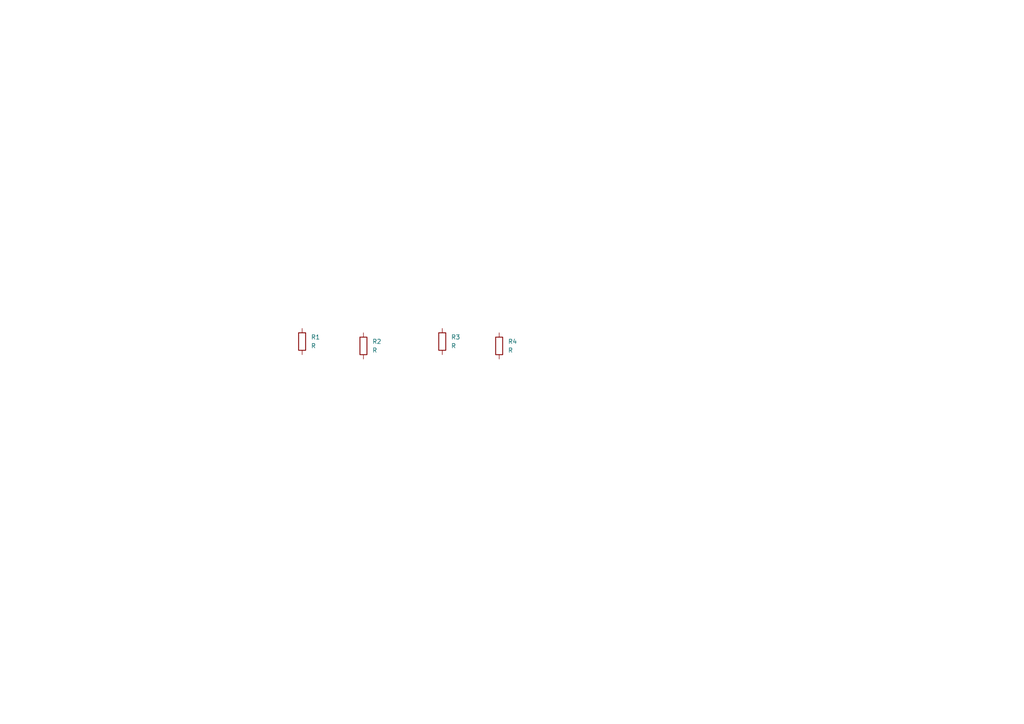
<source format=kicad_sch>
(kicad_sch (version 20211123) (generator eeschema)
  (paper "A4")
  (lib_symbols
    (symbol "Device:R" (pin_numbers hide) (pin_names (offset 0))
      (property "Reference" "R" (at 2.032 0 90))
      (property "Value" "R" (at 0 0 90))
      (symbol "R_0_1"
        (rectangle (start -1.016 -2.54) (end 1.016 2.54) (stroke (width 0.254)))
      )
      (symbol "R_1_1"
        (pin passive line (at 0 3.81 270) (length 1.27) (name "~") (number "1"))
        (pin passive line (at 0 -3.81 90) (length 1.27) (name "~") (number "2"))
      )
    )
  )
  (symbol (lib_id "Device:R") (at 87.63 99.06 0) (unit 1)
    (property "Reference" "R1" (at 90.17 97.7899 0) (effects (justify left)))
    (property "Value" "R" (at 90.17 100.3299 0) (effects (justify left)))
  )
  (symbol (lib_id "Device:R") (at 128.27 99.06 0) (unit 1)
    (property "Reference" "R3" (at 130.81 97.7899 0) (effects (justify left)))
    (property "Value" "R" (at 130.81 100.3299 0) (effects (justify left)))
  )
  (symbol (lib_id "Device:R") (at 105.41 100.33 0) (unit 1)
    (property "Reference" "R2" (at 107.95 99.0599 0) (effects (justify left)))
    (property "Value" "R" (at 107.95 101.5999 0) (effects (justify left)))
  )
  (symbol (lib_id "Device:R") (at 144.78 100.33 0) (unit 1)
    (property "Reference" "R4" (at 147.32 99.0599 0) (effects (justify left)))
    (property "Value" "R" (at 147.32 101.5999 0) (effects (justify left)))
  )
)
</source>
